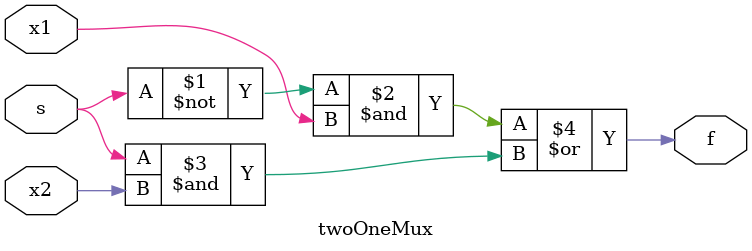
<source format=v>
module twoOneMux(x1,x2,s,f);
    input x1,x2,s;
    output f;
    assign f = (~s&x1)|(s&x2);
endmodule

</source>
